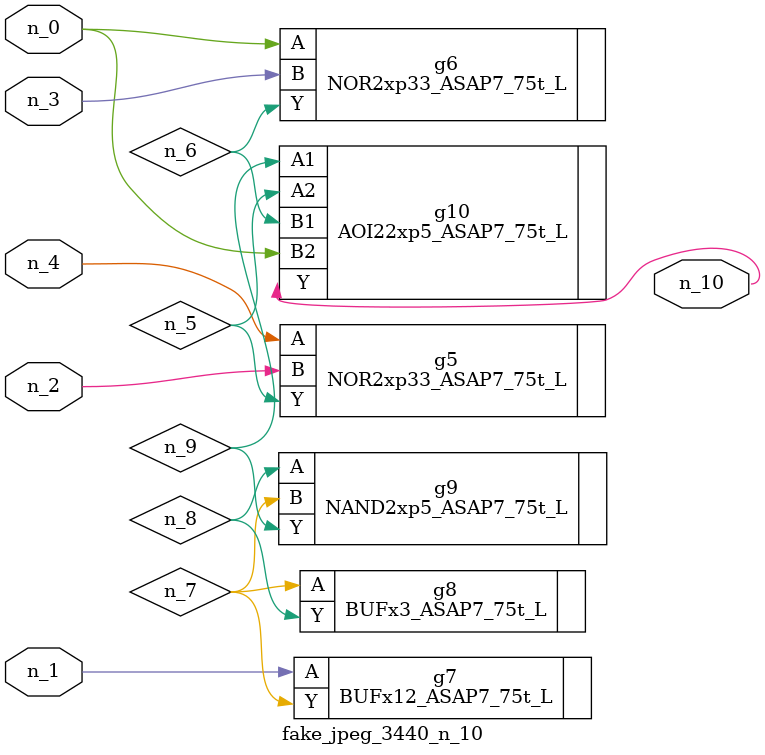
<source format=v>
module fake_jpeg_3440_n_10 (n_3, n_2, n_1, n_0, n_4, n_10);

input n_3;
input n_2;
input n_1;
input n_0;
input n_4;

output n_10;

wire n_8;
wire n_9;
wire n_6;
wire n_5;
wire n_7;

NOR2xp33_ASAP7_75t_L g5 ( 
.A(n_4),
.B(n_2),
.Y(n_5)
);

NOR2xp33_ASAP7_75t_L g6 ( 
.A(n_0),
.B(n_3),
.Y(n_6)
);

BUFx12_ASAP7_75t_L g7 ( 
.A(n_1),
.Y(n_7)
);

BUFx3_ASAP7_75t_L g8 ( 
.A(n_7),
.Y(n_8)
);

NAND2xp5_ASAP7_75t_L g9 ( 
.A(n_8),
.B(n_7),
.Y(n_9)
);

AOI22xp5_ASAP7_75t_L g10 ( 
.A1(n_9),
.A2(n_5),
.B1(n_6),
.B2(n_0),
.Y(n_10)
);


endmodule
</source>
